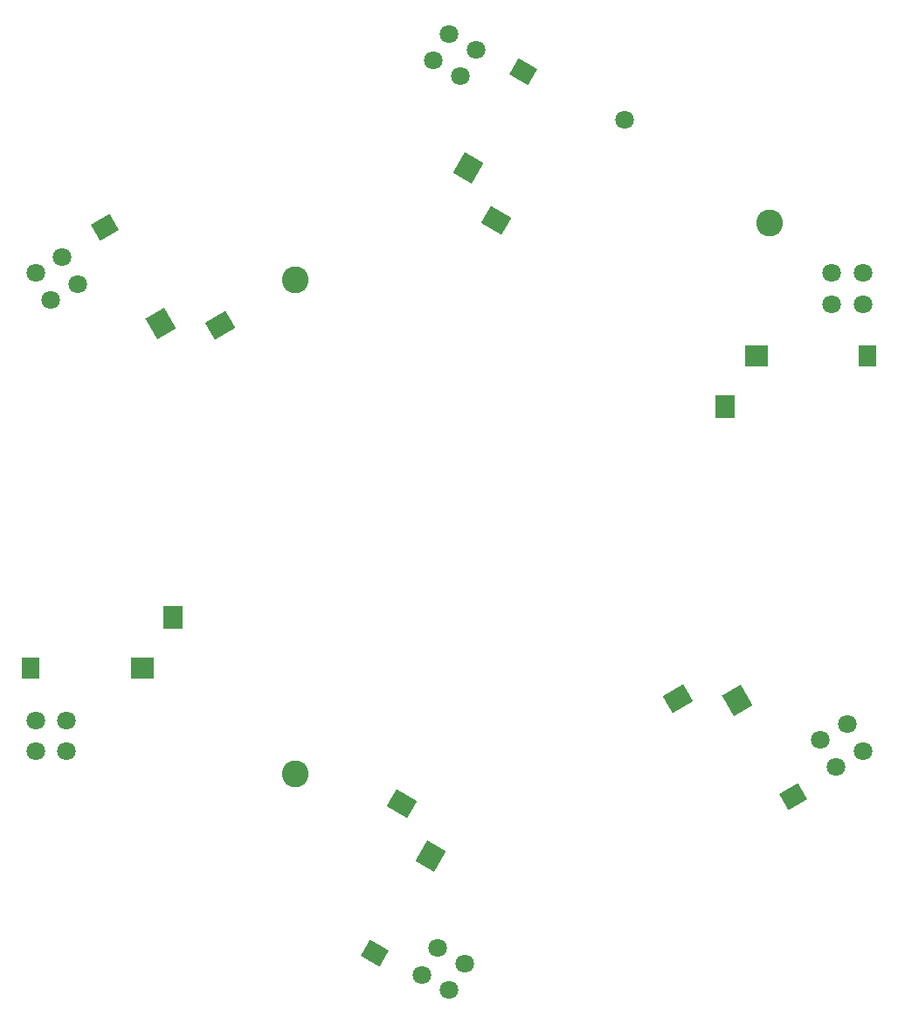
<source format=gbr>
G04 ================== begin FILE IDENTIFICATION RECORD ==================*
G04 Layout Name:  H:/JJL/PROJ/GS-Respeaker-Adapter/DESIGN/Adapter-Rev01.brd*
G04 Film Name:    SixMicAdapter-SMASK_TOP-L1-20200424*
G04 File Format:  Gerber RS274X*
G04 File Origin:  Cadence Allegro 16.6-2015-S108*
G04 Origin Date:  Fri Apr 24 13:42:38 2020*
G04 *
G04 Layer:  VIA CLASS/SOLDERMASK_TOP*
G04 Layer:  PIN/SOLDERMASK_TOP*
G04 Layer:  PACKAGE GEOMETRY/SOLDERMASK_TOP*
G04 Layer:  MANUFACTURING/SMT_FILM*
G04 Layer:  MANUFACTURING/ALL_FILM*
G04 Layer:  ETCH/WIRE*
G04 Layer:  DRC ERROR CLASS/SOLDERMASK_TOP*
G04 Layer:  BOARD GEOMETRY/SOLDERMASK_TOP*
G04 *
G04 Offset:    (0.0000 0.0000)*
G04 Mirror:    No*
G04 Mode:      Positive*
G04 Rotation:  0*
G04 FullContactRelief:  No*
G04 UndefLineWidth:     0.0010*
G04 ================== end FILE IDENTIFICATION RECORD ====================*
%FSLAX35Y35*MOMM*%
%IR0*IPPOS*OFA0.00000B0.00000*MIA0B0*SFA1.00000B1.00000*%
%AMMACRO20*
21,1,2.3,1.9,0.0,0.0,150.*%
%ADD20MACRO20*%
%AMMACRO19*
21,1,2.3,2.1,0.0,0.0,60.*%
%ADD19MACRO19*%
%AMMACRO18*
21,1,1.8,2.1,0.0,0.0,60.*%
%ADD18MACRO18*%
%AMMACRO16*
21,1,2.3,1.9,0.0,0.0,30.*%
%ADD16MACRO16*%
%ADD12R,2.3X2.1*%
%ADD11R,1.8X2.1*%
%ADD15R,1.9X2.3*%
%ADD17C,2.6*%
%ADD10C,1.8*%
%AMMACRO13*
21,1,2.3,2.1,0.0,0.0,120.*%
%ADD13MACRO13*%
%AMMACRO14*
21,1,1.8,2.1,0.0,0.0,120.*%
%ADD14MACRO14*%
%LPD*%
G75*
G54D10*
X-3709700Y-2015000D03*
X-4009700D03*
Y-2315000D03*
X-3709700D03*
X-3859700Y2055190D03*
X-4009700Y2315000D03*
X-3599890Y2205190D03*
X-3749890Y2465000D03*
X0Y-4630000D03*
X-109810Y-4220190D03*
X-259810Y-4480000D03*
X-150000Y4370190D03*
X0Y4630000D03*
X150000Y-4370190D03*
X109810Y4220190D03*
X259810Y4480000D03*
X1700000Y3800000D03*
X3599890Y-2205200D03*
X3749890Y-2465000D03*
X3859700Y-2055200D03*
X4009700Y-2315000D03*
Y2315000D03*
X3709700D03*
Y2015000D03*
X4009700D03*
G54D11*
X-4055800Y-1508580D03*
X4055800Y1508580D03*
G54D20*
X-455780Y-2826600D03*
X455780Y2826600D03*
G54D12*
X-2975800Y-1508580D03*
X2975800Y1508580D03*
G54D13*
X-2794370Y1822820D03*
X2794370Y-1822820D03*
G54D14*
X-3334370Y2758130D03*
X3334370Y-2758130D03*
G54D15*
X-2675800Y-1018580D03*
X2675800Y1018580D03*
G54D16*
X-2220020Y1808020D03*
X2220020Y-1808020D03*
G54D17*
X-1490000Y-2538340D03*
Y2251660D03*
X3110000Y2801660D03*
G54D18*
X-721430Y-4266710D03*
X721430Y4266710D03*
G54D19*
X-181430Y-3331400D03*
X181430Y3331400D03*
M02*

</source>
